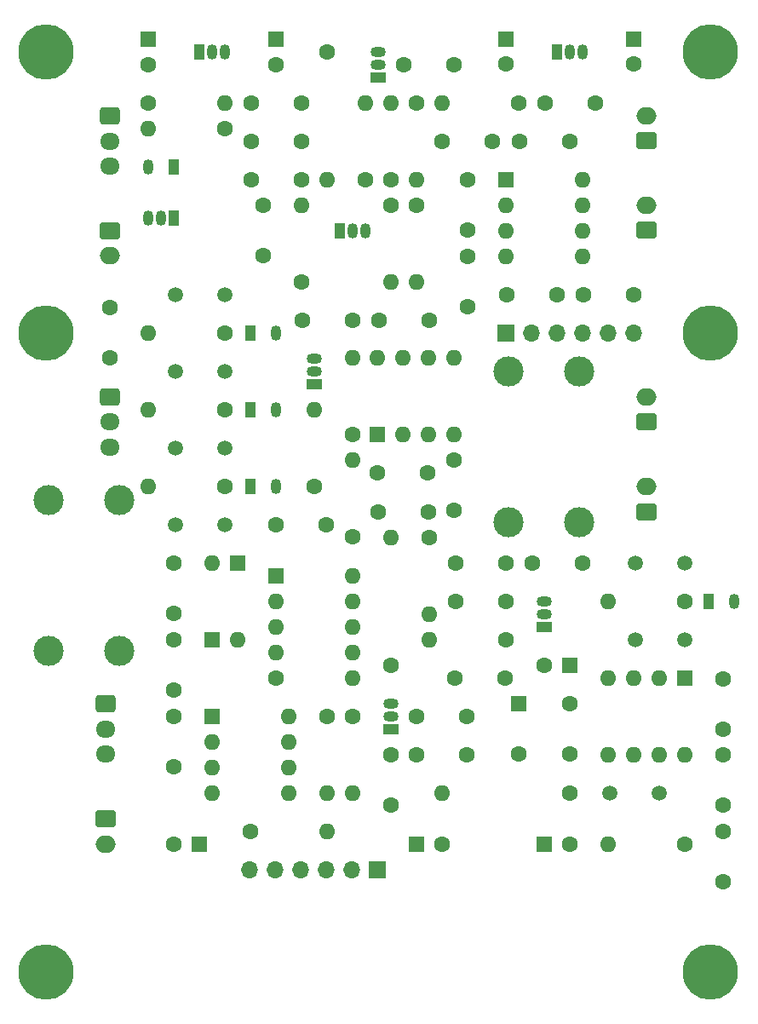
<source format=gbr>
%TF.GenerationSoftware,KiCad,Pcbnew,7.0.9*%
%TF.CreationDate,2024-02-29T16:41:00+08:00*%
%TF.ProjectId,Elecraft_K1_Remake,456c6563-7261-4667-945f-4b315f52656d,rev?*%
%TF.SameCoordinates,Original*%
%TF.FileFunction,Soldermask,Top*%
%TF.FilePolarity,Negative*%
%FSLAX46Y46*%
G04 Gerber Fmt 4.6, Leading zero omitted, Abs format (unit mm)*
G04 Created by KiCad (PCBNEW 7.0.9) date 2024-02-29 16:41:00*
%MOMM*%
%LPD*%
G01*
G04 APERTURE LIST*
G04 Aperture macros list*
%AMRoundRect*
0 Rectangle with rounded corners*
0 $1 Rounding radius*
0 $2 $3 $4 $5 $6 $7 $8 $9 X,Y pos of 4 corners*
0 Add a 4 corners polygon primitive as box body*
4,1,4,$2,$3,$4,$5,$6,$7,$8,$9,$2,$3,0*
0 Add four circle primitives for the rounded corners*
1,1,$1+$1,$2,$3*
1,1,$1+$1,$4,$5*
1,1,$1+$1,$6,$7*
1,1,$1+$1,$8,$9*
0 Add four rect primitives between the rounded corners*
20,1,$1+$1,$2,$3,$4,$5,0*
20,1,$1+$1,$4,$5,$6,$7,0*
20,1,$1+$1,$6,$7,$8,$9,0*
20,1,$1+$1,$8,$9,$2,$3,0*%
G04 Aperture macros list end*
%ADD10C,3.000000*%
%ADD11C,1.600000*%
%ADD12C,5.500000*%
%ADD13O,1.500000X1.050000*%
%ADD14R,1.500000X1.050000*%
%ADD15R,1.600000X1.600000*%
%ADD16O,1.600000X1.600000*%
%ADD17O,1.700000X1.700000*%
%ADD18R,1.700000X1.700000*%
%ADD19O,2.000000X1.700000*%
%ADD20RoundRect,0.250000X0.750000X-0.600000X0.750000X0.600000X-0.750000X0.600000X-0.750000X-0.600000X0*%
%ADD21C,1.500000*%
%ADD22O,1.050000X1.500000*%
%ADD23R,1.050000X1.500000*%
%ADD24O,1.950000X1.700000*%
%ADD25RoundRect,0.250000X-0.725000X0.600000X-0.725000X-0.600000X0.725000X-0.600000X0.725000X0.600000X0*%
%ADD26RoundRect,0.250000X-0.750000X0.600000X-0.750000X-0.600000X0.750000X-0.600000X0.750000X0.600000X0*%
G04 APERTURE END LIST*
D10*
%TO.C,T1*%
X89210000Y-101600000D03*
X89210000Y-116600000D03*
X96210000Y-101600000D03*
X96210000Y-116600000D03*
%TD*%
D11*
%TO.C,C16*%
X81280000Y-96520000D03*
X76280000Y-96520000D03*
%TD*%
D12*
%TO.C,J8*%
X109220000Y-69850000D03*
%TD*%
D13*
%TO.C,Q6*%
X92710000Y-124460000D03*
X92710000Y-125730000D03*
D14*
X92710000Y-127000000D03*
%TD*%
D11*
%TO.C,C14*%
X101600000Y-71080000D03*
D15*
X101600000Y-68580000D03*
%TD*%
D11*
%TO.C,C5*%
X63580000Y-74930000D03*
X68580000Y-74930000D03*
%TD*%
%TO.C,C19*%
X88900000Y-71080000D03*
D15*
X88900000Y-68580000D03*
%TD*%
D11*
%TO.C,R22*%
X66040000Y-132080000D03*
D16*
X73660000Y-132080000D03*
%TD*%
D15*
%TO.C,U2*%
X76130000Y-107880000D03*
D16*
X78670000Y-107880000D03*
X81210000Y-107880000D03*
X83750000Y-107880000D03*
X83750000Y-100260000D03*
X81210000Y-100260000D03*
X78670000Y-100260000D03*
X76130000Y-100260000D03*
%TD*%
%TO.C,D5*%
X59690000Y-120650000D03*
D15*
X59690000Y-128270000D03*
%TD*%
D11*
%TO.C,C21*%
X95250000Y-148590000D03*
D15*
X92750000Y-148590000D03*
%TD*%
D17*
%TO.C,J4*%
X63475000Y-151155000D03*
X66015000Y-151155000D03*
X68555000Y-151155000D03*
X71095000Y-151155000D03*
X73635000Y-151155000D03*
D18*
X76175000Y-151155000D03*
%TD*%
D16*
%TO.C,R9*%
X73660000Y-100260000D03*
D11*
X73660000Y-107880000D03*
%TD*%
D16*
%TO.C,R3*%
X53340000Y-77470000D03*
D11*
X60960000Y-77470000D03*
%TD*%
%TO.C,C30*%
X55880000Y-125650000D03*
X55880000Y-120650000D03*
%TD*%
D19*
%TO.C,J1*%
X102870000Y-104140000D03*
D20*
X102870000Y-106640000D03*
%TD*%
D11*
%TO.C,C25*%
X71080000Y-116840000D03*
X66080000Y-116840000D03*
%TD*%
%TO.C,C9*%
X55880000Y-140930000D03*
X55880000Y-135930000D03*
%TD*%
%TO.C,C1*%
X77470000Y-144740000D03*
X77470000Y-139740000D03*
%TD*%
D21*
%TO.C,Y6*%
X101800000Y-128270000D03*
X106680000Y-128270000D03*
%TD*%
D16*
%TO.C,R12*%
X82550000Y-74930000D03*
D11*
X90170000Y-74930000D03*
%TD*%
D16*
%TO.C,R19*%
X53340000Y-113030000D03*
D11*
X60960000Y-113030000D03*
%TD*%
%TO.C,C29*%
X49530000Y-100250000D03*
X49530000Y-95250000D03*
%TD*%
%TO.C,C32*%
X55880000Y-128310000D03*
X55880000Y-133310000D03*
%TD*%
%TO.C,C34*%
X91520000Y-120650000D03*
X96520000Y-120650000D03*
%TD*%
%TO.C,C13*%
X55920000Y-148590000D03*
D15*
X58420000Y-148590000D03*
%TD*%
D16*
%TO.C,R20*%
X81280000Y-128270000D03*
D11*
X88900000Y-128270000D03*
%TD*%
D22*
%TO.C,Q4*%
X74930000Y-87630000D03*
X73660000Y-87630000D03*
D23*
X72390000Y-87630000D03*
%TD*%
D16*
%TO.C,R6*%
X71120000Y-147320000D03*
D11*
X63500000Y-147320000D03*
%TD*%
%TO.C,C35*%
X83900000Y-120650000D03*
X88900000Y-120650000D03*
%TD*%
D16*
%TO.C,U7*%
X106670000Y-139710000D03*
X104130000Y-139710000D03*
X101590000Y-139710000D03*
X99050000Y-139710000D03*
X99050000Y-132090000D03*
X101590000Y-132090000D03*
X104130000Y-132090000D03*
D15*
X106670000Y-132090000D03*
%TD*%
D12*
%TO.C,J12*%
X43180000Y-161290000D03*
%TD*%
D11*
%TO.C,C26*%
X64770000Y-90090000D03*
X64770000Y-85090000D03*
%TD*%
D16*
%TO.C,R13*%
X69850000Y-105410000D03*
D11*
X69850000Y-113030000D03*
%TD*%
D17*
%TO.C,J5*%
X101600000Y-97790000D03*
X99060000Y-97790000D03*
X96520000Y-97790000D03*
X93980000Y-97790000D03*
X91440000Y-97790000D03*
D18*
X88900000Y-97790000D03*
%TD*%
D24*
%TO.C,RV3*%
X49530000Y-109140000D03*
X49530000Y-106640000D03*
D25*
X49530000Y-104140000D03*
%TD*%
D11*
%TO.C,C31*%
X101600000Y-93980000D03*
X96600000Y-93980000D03*
%TD*%
%TO.C,C27*%
X92790000Y-74930000D03*
X97790000Y-74930000D03*
%TD*%
D16*
%TO.C,R23*%
X99060000Y-124460000D03*
D11*
X106680000Y-124460000D03*
%TD*%
D21*
%TO.C,Y2*%
X56080000Y-101600000D03*
X60960000Y-101600000D03*
%TD*%
D11*
%TO.C,C20*%
X110490000Y-152360000D03*
X110490000Y-147360000D03*
%TD*%
%TO.C,C10*%
X53340000Y-71120000D03*
D15*
X53340000Y-68620000D03*
%TD*%
%TO.C,U6*%
X66040000Y-121920000D03*
D16*
X66040000Y-124460000D03*
X66040000Y-127000000D03*
X66040000Y-129540000D03*
X73660000Y-129540000D03*
X73660000Y-127000000D03*
X73660000Y-124460000D03*
X73660000Y-121920000D03*
%TD*%
D22*
%TO.C,D4*%
X66040000Y-113030000D03*
D23*
X63500000Y-113030000D03*
%TD*%
D11*
%TO.C,C28*%
X93980000Y-93980000D03*
X88980000Y-93980000D03*
%TD*%
%TO.C,C6*%
X81160000Y-111690000D03*
X76160000Y-111690000D03*
%TD*%
%TO.C,C2*%
X85050000Y-135890000D03*
X80050000Y-135890000D03*
%TD*%
%TO.C,R21*%
X81280000Y-118110000D03*
D16*
X81280000Y-125730000D03*
%TD*%
D26*
%TO.C,J3*%
X49170000Y-146070000D03*
D19*
X49170000Y-148570000D03*
%TD*%
D16*
%TO.C,L2*%
X77470000Y-118110000D03*
D11*
X77470000Y-130810000D03*
%TD*%
D16*
%TO.C,R15*%
X53340000Y-97790000D03*
D11*
X60960000Y-97790000D03*
%TD*%
D16*
%TO.C,R16*%
X68580000Y-85090000D03*
D11*
X68580000Y-92710000D03*
%TD*%
D22*
%TO.C,Q5*%
X53340000Y-86360000D03*
X54610000Y-86360000D03*
D23*
X55880000Y-86360000D03*
%TD*%
D11*
%TO.C,C33*%
X81240000Y-115570000D03*
X76240000Y-115570000D03*
%TD*%
D21*
%TO.C,Y4*%
X60960000Y-116840000D03*
X56080000Y-116840000D03*
%TD*%
D11*
%TO.C,C36*%
X88860000Y-132080000D03*
X83860000Y-132080000D03*
%TD*%
%TO.C,L3*%
X95250000Y-143510000D03*
D16*
X82550000Y-143510000D03*
%TD*%
D23*
%TO.C,D2*%
X63500000Y-97790000D03*
D22*
X66040000Y-97790000D03*
%TD*%
D16*
%TO.C,R2*%
X60960000Y-74930000D03*
D11*
X53340000Y-74930000D03*
%TD*%
D21*
%TO.C,Y3*%
X60960000Y-109220000D03*
X56080000Y-109220000D03*
%TD*%
D12*
%TO.C,J7*%
X109220000Y-97790000D03*
%TD*%
D16*
%TO.C,U3*%
X67320000Y-135900000D03*
X67320000Y-138440000D03*
X67320000Y-140980000D03*
X67320000Y-143520000D03*
X59700000Y-143520000D03*
X59700000Y-140980000D03*
X59700000Y-138440000D03*
D15*
X59700000Y-135900000D03*
%TD*%
D16*
%TO.C,R4*%
X74930000Y-74930000D03*
D11*
X74930000Y-82550000D03*
%TD*%
D16*
%TO.C,R14*%
X80010000Y-92710000D03*
D11*
X80010000Y-85090000D03*
%TD*%
%TO.C,C11*%
X83740000Y-71120000D03*
X78740000Y-71120000D03*
%TD*%
%TO.C,C37*%
X83900000Y-124460000D03*
X88900000Y-124460000D03*
%TD*%
D22*
%TO.C,D3*%
X66040000Y-105410000D03*
D23*
X63500000Y-105410000D03*
%TD*%
D11*
%TO.C,C23*%
X85090000Y-82550000D03*
X85090000Y-87550000D03*
%TD*%
D22*
%TO.C,U4*%
X96520000Y-69850000D03*
X95250000Y-69850000D03*
D23*
X93980000Y-69850000D03*
%TD*%
D19*
%TO.C,J10*%
X49530000Y-90130000D03*
D26*
X49530000Y-87630000D03*
%TD*%
D16*
%TO.C,L1*%
X71120000Y-82550000D03*
D11*
X71120000Y-69850000D03*
%TD*%
%TO.C,C17*%
X83740000Y-115420000D03*
X83740000Y-110420000D03*
%TD*%
%TO.C,R8*%
X71120000Y-135890000D03*
D16*
X71120000Y-143510000D03*
%TD*%
D11*
%TO.C,C4*%
X66040000Y-71120000D03*
D15*
X66040000Y-68620000D03*
%TD*%
D22*
%TO.C,D7*%
X111650000Y-124460000D03*
D23*
X109110000Y-124460000D03*
%TD*%
D16*
%TO.C,R10*%
X73660000Y-110420000D03*
D11*
X73660000Y-118040000D03*
%TD*%
%TO.C,C40*%
X95250000Y-139620000D03*
X95250000Y-134620000D03*
%TD*%
D16*
%TO.C,R11*%
X99060000Y-148590000D03*
D11*
X106680000Y-148590000D03*
%TD*%
D15*
%TO.C,C41*%
X90170000Y-134620000D03*
D11*
X90170000Y-139620000D03*
%TD*%
D16*
%TO.C,R1*%
X73660000Y-143510000D03*
D11*
X73660000Y-135890000D03*
%TD*%
D12*
%TO.C,J6*%
X43180000Y-69850000D03*
%TD*%
D11*
%TO.C,C3*%
X80050000Y-139700000D03*
X85050000Y-139700000D03*
%TD*%
D21*
%TO.C,Y1*%
X60960000Y-93980000D03*
X56080000Y-93980000D03*
%TD*%
D13*
%TO.C,Q3*%
X69850000Y-100330000D03*
X69850000Y-101600000D03*
D14*
X69850000Y-102870000D03*
%TD*%
D16*
%TO.C,R7*%
X80010000Y-82550000D03*
D11*
X80010000Y-74930000D03*
%TD*%
%TO.C,C8*%
X63580000Y-82550000D03*
X68580000Y-82550000D03*
%TD*%
D13*
%TO.C,Q1*%
X77470000Y-134620000D03*
X77470000Y-135890000D03*
D14*
X77470000Y-137160000D03*
%TD*%
D19*
%TO.C,J2*%
X102870000Y-76200000D03*
D20*
X102870000Y-78700000D03*
%TD*%
D11*
%TO.C,C24*%
X85090000Y-95170000D03*
X85090000Y-90170000D03*
%TD*%
D16*
%TO.C,R17*%
X53340000Y-105410000D03*
D11*
X60960000Y-105410000D03*
%TD*%
D21*
%TO.C,Y5*%
X106680000Y-120650000D03*
X101800000Y-120650000D03*
%TD*%
D11*
%TO.C,C22*%
X90250000Y-78740000D03*
X95250000Y-78740000D03*
%TD*%
D16*
%TO.C,U5*%
X96520000Y-82560000D03*
X96520000Y-85100000D03*
X96520000Y-87640000D03*
X96520000Y-90180000D03*
X88900000Y-90180000D03*
X88900000Y-87640000D03*
X88900000Y-85100000D03*
D15*
X88900000Y-82560000D03*
%TD*%
D16*
%TO.C,R5*%
X77470000Y-74930000D03*
D11*
X77470000Y-82550000D03*
%TD*%
%TO.C,C15*%
X73660000Y-96520000D03*
X68660000Y-96520000D03*
%TD*%
D12*
%TO.C,J11*%
X43180000Y-97790000D03*
%TD*%
D19*
%TO.C,J14*%
X102870000Y-113070000D03*
D20*
X102870000Y-115570000D03*
%TD*%
D22*
%TO.C,D1*%
X53340000Y-81280000D03*
D23*
X55880000Y-81280000D03*
%TD*%
D13*
%TO.C,Q2*%
X76200000Y-69850000D03*
X76200000Y-71120000D03*
D14*
X76200000Y-72390000D03*
%TD*%
D16*
%TO.C,D6*%
X62230000Y-128270000D03*
D15*
X62230000Y-120650000D03*
%TD*%
D11*
%TO.C,C7*%
X63580000Y-78740000D03*
X68580000Y-78740000D03*
%TD*%
D15*
%TO.C,C38*%
X95250000Y-130810000D03*
D11*
X92750000Y-130810000D03*
%TD*%
D24*
%TO.C,RV1*%
X49530000Y-81240000D03*
X49530000Y-78740000D03*
D25*
X49530000Y-76240000D03*
%TD*%
D16*
%TO.C,R18*%
X77470000Y-92710000D03*
D11*
X77470000Y-85090000D03*
%TD*%
%TO.C,C18*%
X82550000Y-148590000D03*
D15*
X80050000Y-148590000D03*
%TD*%
D12*
%TO.C,J13*%
X109220000Y-161290000D03*
%TD*%
D19*
%TO.C,J9*%
X102870000Y-85090000D03*
D20*
X102870000Y-87590000D03*
%TD*%
D22*
%TO.C,U1*%
X60960000Y-69850000D03*
X59690000Y-69850000D03*
D23*
X58420000Y-69850000D03*
%TD*%
D10*
%TO.C,T2*%
X43490000Y-114420000D03*
X43490000Y-129420000D03*
X50490000Y-114420000D03*
X50490000Y-129420000D03*
%TD*%
D11*
%TO.C,C42*%
X110490000Y-144700000D03*
X110490000Y-139700000D03*
%TD*%
D24*
%TO.C,RV2*%
X49170000Y-139660000D03*
X49170000Y-137160000D03*
D25*
X49170000Y-134660000D03*
%TD*%
D11*
%TO.C,C39*%
X110490000Y-137160000D03*
X110490000Y-132160000D03*
%TD*%
%TO.C,C12*%
X87590000Y-78740000D03*
X82590000Y-78740000D03*
%TD*%
D21*
%TO.C,Y7*%
X99260000Y-143510000D03*
X104140000Y-143510000D03*
%TD*%
M02*

</source>
